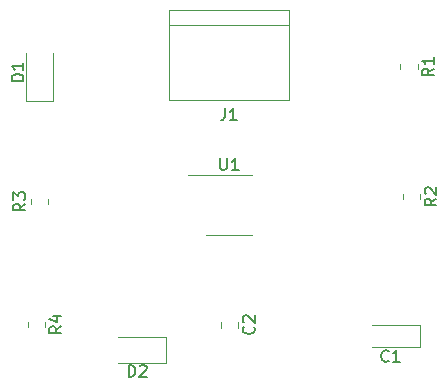
<source format=gbr>
%TF.GenerationSoftware,KiCad,Pcbnew,(6.0.10)*%
%TF.CreationDate,2023-02-16T14:18:03-08:00*%
%TF.ProjectId,lab4e2,6c616234-6532-42e6-9b69-6361645f7063,rev?*%
%TF.SameCoordinates,Original*%
%TF.FileFunction,Legend,Top*%
%TF.FilePolarity,Positive*%
%FSLAX46Y46*%
G04 Gerber Fmt 4.6, Leading zero omitted, Abs format (unit mm)*
G04 Created by KiCad (PCBNEW (6.0.10)) date 2023-02-16 14:18:03*
%MOMM*%
%LPD*%
G01*
G04 APERTURE LIST*
%ADD10C,0.150000*%
%ADD11C,0.120000*%
G04 APERTURE END LIST*
D10*
%TO.C,R2*%
X167422380Y-103610794D02*
X166946190Y-103944128D01*
X167422380Y-104182223D02*
X166422380Y-104182223D01*
X166422380Y-103801270D01*
X166470000Y-103706032D01*
X166517619Y-103658413D01*
X166612857Y-103610794D01*
X166755714Y-103610794D01*
X166850952Y-103658413D01*
X166898571Y-103706032D01*
X166946190Y-103801270D01*
X166946190Y-104182223D01*
X166517619Y-103229842D02*
X166470000Y-103182223D01*
X166422380Y-103086985D01*
X166422380Y-102848889D01*
X166470000Y-102753651D01*
X166517619Y-102706032D01*
X166612857Y-102658413D01*
X166708095Y-102658413D01*
X166850952Y-102706032D01*
X167422380Y-103277461D01*
X167422380Y-102658413D01*
%TO.C,J1*%
X149526666Y-95972380D02*
X149526666Y-96686666D01*
X149479047Y-96829523D01*
X149383809Y-96924761D01*
X149240952Y-96972380D01*
X149145714Y-96972380D01*
X150526666Y-96972380D02*
X149955238Y-96972380D01*
X150240952Y-96972380D02*
X150240952Y-95972380D01*
X150145714Y-96115238D01*
X150050476Y-96210476D01*
X149955238Y-96258095D01*
%TO.C,C1*%
X163375833Y-117342142D02*
X163328214Y-117389761D01*
X163185357Y-117437380D01*
X163090119Y-117437380D01*
X162947261Y-117389761D01*
X162852023Y-117294523D01*
X162804404Y-117199285D01*
X162756785Y-117008809D01*
X162756785Y-116865952D01*
X162804404Y-116675476D01*
X162852023Y-116580238D01*
X162947261Y-116485000D01*
X163090119Y-116437380D01*
X163185357Y-116437380D01*
X163328214Y-116485000D01*
X163375833Y-116532619D01*
X164328214Y-117437380D02*
X163756785Y-117437380D01*
X164042500Y-117437380D02*
X164042500Y-116437380D01*
X163947261Y-116580238D01*
X163852023Y-116675476D01*
X163756785Y-116723095D01*
%TO.C,R3*%
X132612380Y-104040038D02*
X132136190Y-104373372D01*
X132612380Y-104611467D02*
X131612380Y-104611467D01*
X131612380Y-104230514D01*
X131660000Y-104135276D01*
X131707619Y-104087657D01*
X131802857Y-104040038D01*
X131945714Y-104040038D01*
X132040952Y-104087657D01*
X132088571Y-104135276D01*
X132136190Y-104230514D01*
X132136190Y-104611467D01*
X131612380Y-103706705D02*
X131612380Y-103087657D01*
X131993333Y-103420991D01*
X131993333Y-103278133D01*
X132040952Y-103182895D01*
X132088571Y-103135276D01*
X132183809Y-103087657D01*
X132421904Y-103087657D01*
X132517142Y-103135276D01*
X132564761Y-103182895D01*
X132612380Y-103278133D01*
X132612380Y-103563848D01*
X132564761Y-103659086D01*
X132517142Y-103706705D01*
%TO.C,R1*%
X167202380Y-92606666D02*
X166726190Y-92940000D01*
X167202380Y-93178095D02*
X166202380Y-93178095D01*
X166202380Y-92797142D01*
X166250000Y-92701904D01*
X166297619Y-92654285D01*
X166392857Y-92606666D01*
X166535714Y-92606666D01*
X166630952Y-92654285D01*
X166678571Y-92701904D01*
X166726190Y-92797142D01*
X166726190Y-93178095D01*
X167202380Y-91654285D02*
X167202380Y-92225714D01*
X167202380Y-91940000D02*
X166202380Y-91940000D01*
X166345238Y-92035238D01*
X166440476Y-92130476D01*
X166488095Y-92225714D01*
%TO.C,D2*%
X141354404Y-118712380D02*
X141354404Y-117712380D01*
X141592500Y-117712380D01*
X141735357Y-117760000D01*
X141830595Y-117855238D01*
X141878214Y-117950476D01*
X141925833Y-118140952D01*
X141925833Y-118283809D01*
X141878214Y-118474285D01*
X141830595Y-118569523D01*
X141735357Y-118664761D01*
X141592500Y-118712380D01*
X141354404Y-118712380D01*
X142306785Y-117807619D02*
X142354404Y-117760000D01*
X142449642Y-117712380D01*
X142687738Y-117712380D01*
X142782976Y-117760000D01*
X142830595Y-117807619D01*
X142878214Y-117902857D01*
X142878214Y-117998095D01*
X142830595Y-118140952D01*
X142259166Y-118712380D01*
X142878214Y-118712380D01*
%TO.C,R4*%
X135662380Y-114435474D02*
X135186190Y-114768808D01*
X135662380Y-115006903D02*
X134662380Y-115006903D01*
X134662380Y-114625950D01*
X134710000Y-114530712D01*
X134757619Y-114483093D01*
X134852857Y-114435474D01*
X134995714Y-114435474D01*
X135090952Y-114483093D01*
X135138571Y-114530712D01*
X135186190Y-114625950D01*
X135186190Y-115006903D01*
X134995714Y-113578331D02*
X135662380Y-113578331D01*
X134614761Y-113816427D02*
X135329047Y-114054522D01*
X135329047Y-113435474D01*
%TO.C,D1*%
X132452380Y-93655595D02*
X131452380Y-93655595D01*
X131452380Y-93417500D01*
X131500000Y-93274642D01*
X131595238Y-93179404D01*
X131690476Y-93131785D01*
X131880952Y-93084166D01*
X132023809Y-93084166D01*
X132214285Y-93131785D01*
X132309523Y-93179404D01*
X132404761Y-93274642D01*
X132452380Y-93417500D01*
X132452380Y-93655595D01*
X132452380Y-92131785D02*
X132452380Y-92703214D01*
X132452380Y-92417500D02*
X131452380Y-92417500D01*
X131595238Y-92512738D01*
X131690476Y-92607976D01*
X131738095Y-92703214D01*
%TO.C,U1*%
X149098095Y-100192380D02*
X149098095Y-101001904D01*
X149145714Y-101097142D01*
X149193333Y-101144761D01*
X149288571Y-101192380D01*
X149479047Y-101192380D01*
X149574285Y-101144761D01*
X149621904Y-101097142D01*
X149669523Y-101001904D01*
X149669523Y-100192380D01*
X150669523Y-101192380D02*
X150098095Y-101192380D01*
X150383809Y-101192380D02*
X150383809Y-100192380D01*
X150288571Y-100335238D01*
X150193333Y-100430476D01*
X150098095Y-100478095D01*
%TO.C,C2*%
X151937142Y-114466666D02*
X151984761Y-114514285D01*
X152032380Y-114657142D01*
X152032380Y-114752380D01*
X151984761Y-114895238D01*
X151889523Y-114990476D01*
X151794285Y-115038095D01*
X151603809Y-115085714D01*
X151460952Y-115085714D01*
X151270476Y-115038095D01*
X151175238Y-114990476D01*
X151080000Y-114895238D01*
X151032380Y-114752380D01*
X151032380Y-114657142D01*
X151080000Y-114514285D01*
X151127619Y-114466666D01*
X151127619Y-114085714D02*
X151080000Y-114038095D01*
X151032380Y-113942857D01*
X151032380Y-113704761D01*
X151080000Y-113609523D01*
X151127619Y-113561904D01*
X151222857Y-113514285D01*
X151318095Y-113514285D01*
X151460952Y-113561904D01*
X152032380Y-114133333D01*
X152032380Y-113514285D01*
D11*
%TO.C,R2*%
X164585000Y-103217064D02*
X164585000Y-103671192D01*
X166055000Y-103217064D02*
X166055000Y-103671192D01*
%TO.C,J1*%
X144780000Y-87630000D02*
X144780000Y-95250000D01*
X144780000Y-95250000D02*
X154940000Y-95250000D01*
X144780000Y-88900000D02*
X154940000Y-88900000D01*
X154940000Y-87630000D02*
X144780000Y-87630000D01*
X154940000Y-95250000D02*
X154940000Y-87630000D01*
%TO.C,C1*%
X166027500Y-114300000D02*
X161942500Y-114300000D01*
X161942500Y-116170000D02*
X166027500Y-116170000D01*
X166027500Y-116170000D02*
X166027500Y-114300000D01*
%TO.C,R3*%
X133075000Y-104100436D02*
X133075000Y-103646308D01*
X134545000Y-104100436D02*
X134545000Y-103646308D01*
%TO.C,R1*%
X164365000Y-92212936D02*
X164365000Y-92667064D01*
X165835000Y-92212936D02*
X165835000Y-92667064D01*
%TO.C,D2*%
X140492500Y-117575000D02*
X144552500Y-117575000D01*
X144552500Y-117575000D02*
X144552500Y-115305000D01*
X144552500Y-115305000D02*
X140492500Y-115305000D01*
%TO.C,R4*%
X134295000Y-114041744D02*
X134295000Y-114495872D01*
X132825000Y-114041744D02*
X132825000Y-114495872D01*
%TO.C,D1*%
X132685000Y-91317500D02*
X132685000Y-95377500D01*
X132685000Y-95377500D02*
X134955000Y-95377500D01*
X134955000Y-95377500D02*
X134955000Y-91317500D01*
%TO.C,U1*%
X149860000Y-106700000D02*
X147910000Y-106700000D01*
X149860000Y-106700000D02*
X151810000Y-106700000D01*
X149860000Y-101580000D02*
X146410000Y-101580000D01*
X149860000Y-101580000D02*
X151810000Y-101580000D01*
%TO.C,C2*%
X149165000Y-114038748D02*
X149165000Y-114561252D01*
X150635000Y-114038748D02*
X150635000Y-114561252D01*
%TD*%
M02*

</source>
